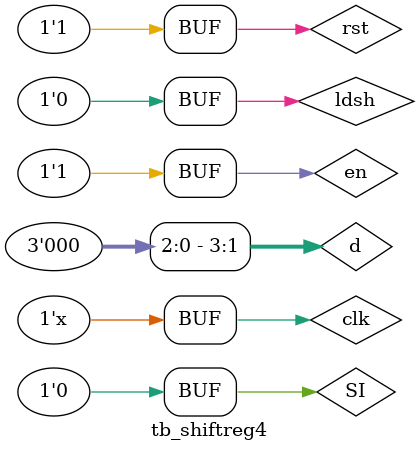
<source format=v>
`timescale 10ns/1ns
module tb_shiftreg4 (); 

    parameter N = 4; 

    reg clk, rst, en, ldsh, SI; 
    reg [N-1: 0] d; 
    wire SO; 
    wire [N-1: 0] q;

    // dut 
    shiftRreg4 dut (
        .clk(clk), .rst(rst), .en(en), .ldsh(ldsh), .SI(SI), 
        .d(d), .SO(SO), 
        .q(q)
    );

    // clock generator
    always #5 clk = ~clk; 

    // drive the data exactly like shiftLreg8
    initial begin
        clk = 0; 
        rst = 1; 
        en = 0; 
        ldsh = 0; 
        SI = 0; 

        d = $random; 
        #10 rst = 0; 
        #10;
        ldsh = 1; 
        en = 1; 
        SI = 1; 

        #15 ldsh = 0; 
        #15 en = 0; 
        #10 SI = 0; 
        #10 en = 1;

        #30 rst = 1; 
        
        
    end
endmodule
</source>
